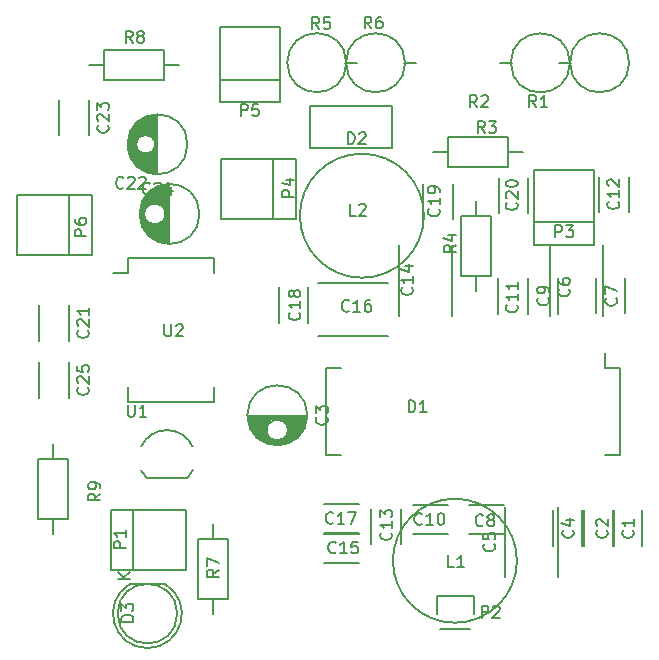
<source format=gbr>
G04 #@! TF.FileFunction,Legend,Top*
%FSLAX46Y46*%
G04 Gerber Fmt 4.6, Leading zero omitted, Abs format (unit mm)*
G04 Created by KiCad (PCBNEW 4.0.2-stable) date Сб 01 окт 2016 22:47:06*
%MOMM*%
G01*
G04 APERTURE LIST*
%ADD10C,0.100000*%
%ADD11C,0.150000*%
G04 APERTURE END LIST*
D10*
D11*
X133522400Y-155698000D02*
X133522400Y-152698000D01*
X136022400Y-152698000D02*
X136022400Y-155698000D01*
X131084000Y-155698000D02*
X131084000Y-152698000D01*
X133584000Y-152698000D02*
X133584000Y-155698000D01*
X130942400Y-152708800D02*
X130942400Y-155708800D01*
X128442400Y-155708800D02*
X128442400Y-152708800D01*
X132049200Y-136038400D02*
X132049200Y-133038400D01*
X134549200Y-133038400D02*
X134549200Y-136038400D01*
X124329000Y-154729500D02*
X121329000Y-154729500D01*
X121329000Y-152229500D02*
X124329000Y-152229500D01*
X126359600Y-136063800D02*
X126359600Y-133063800D01*
X128859600Y-133063800D02*
X128859600Y-136063800D01*
X119566500Y-154729500D02*
X116566500Y-154729500D01*
X116566500Y-152229500D02*
X119566500Y-152229500D01*
X123819600Y-136063800D02*
X123819600Y-133063800D01*
X126319600Y-133063800D02*
X126319600Y-136063800D01*
X134854000Y-124464000D02*
X134854000Y-127464000D01*
X132354000Y-127464000D02*
X132354000Y-124464000D01*
X113050000Y-155596400D02*
X113050000Y-152596400D01*
X115550000Y-152596400D02*
X115550000Y-155596400D01*
X109020800Y-154706000D02*
X112020800Y-154706000D01*
X112020800Y-157206000D02*
X109020800Y-157206000D01*
X109020800Y-152166000D02*
X112020800Y-152166000D01*
X112020800Y-154666000D02*
X109020800Y-154666000D01*
X107726800Y-133811200D02*
X107726800Y-136811200D01*
X105226800Y-136811200D02*
X105226800Y-133811200D01*
X117469600Y-128062800D02*
X117469600Y-125062800D01*
X119969600Y-125062800D02*
X119969600Y-128062800D01*
X126370400Y-124565600D02*
X126370400Y-127565600D01*
X123870400Y-127565600D02*
X123870400Y-124565600D01*
X114842800Y-121993600D02*
X107842800Y-121993600D01*
X107842800Y-121993600D02*
X107842800Y-118493600D01*
X107842800Y-118493600D02*
X114842800Y-118493600D01*
X114842800Y-118493600D02*
X114842800Y-121993600D01*
X92900500Y-152692100D02*
X92900500Y-157772100D01*
X97345500Y-152692100D02*
X97345500Y-157772100D01*
X90995500Y-157772100D02*
X90995500Y-152692100D01*
X90995500Y-157772100D02*
X97345500Y-157772100D01*
X90995500Y-152692100D02*
X97345500Y-152692100D01*
X126847600Y-128320800D02*
X131927600Y-128320800D01*
X126847600Y-123875800D02*
X131927600Y-123875800D01*
X131927600Y-130225800D02*
X126847600Y-130225800D01*
X131927600Y-130225800D02*
X131927600Y-123875800D01*
X126847600Y-130225800D02*
X126847600Y-123875800D01*
X104749600Y-128016000D02*
X104749600Y-122936000D01*
X100304600Y-128016000D02*
X100304600Y-122936000D01*
X106654600Y-122936000D02*
X106654600Y-128016000D01*
X106654600Y-122936000D02*
X100304600Y-122936000D01*
X106654600Y-128016000D02*
X100304600Y-128016000D01*
X124663200Y-123596400D02*
X119583200Y-123596400D01*
X119583200Y-123596400D02*
X119583200Y-121056400D01*
X119583200Y-121056400D02*
X124663200Y-121056400D01*
X124663200Y-121056400D02*
X124663200Y-123596400D01*
X124663200Y-122326400D02*
X125933200Y-122326400D01*
X119583200Y-122326400D02*
X118313200Y-122326400D01*
X120650000Y-132905500D02*
X120650000Y-127825500D01*
X120650000Y-127825500D02*
X123190000Y-127825500D01*
X123190000Y-127825500D02*
X123190000Y-132905500D01*
X123190000Y-132905500D02*
X120650000Y-132905500D01*
X121920000Y-132905500D02*
X121920000Y-134175500D01*
X121920000Y-127825500D02*
X121920000Y-126555500D01*
X115402800Y-136237600D02*
X115402800Y-130237600D01*
X119902800Y-130237600D02*
X119902800Y-136237600D01*
X134121000Y-140660500D02*
X132851000Y-140660500D01*
X134121000Y-148010500D02*
X132851000Y-148010500D01*
X109211000Y-148010500D02*
X110481000Y-148010500D01*
X109211000Y-140660500D02*
X110481000Y-140660500D01*
X134121000Y-140660500D02*
X134121000Y-148010500D01*
X109211000Y-140660500D02*
X109211000Y-148010500D01*
X132851000Y-140660500D02*
X132851000Y-139375500D01*
X92582096Y-158970212D02*
G75*
G03X95607000Y-158955100I1524904J-2484888D01*
G01*
X92607000Y-158955100D02*
X95607000Y-158955100D01*
X96624936Y-161455100D02*
G75*
G03X96624936Y-161455100I-2517936J0D01*
G01*
X100901500Y-155105100D02*
X100901500Y-160185100D01*
X100901500Y-160185100D02*
X98361500Y-160185100D01*
X98361500Y-160185100D02*
X98361500Y-155105100D01*
X98361500Y-155105100D02*
X100901500Y-155105100D01*
X99631500Y-155105100D02*
X99631500Y-153835100D01*
X99631500Y-160185100D02*
X99631500Y-161455100D01*
X107604200Y-144733400D02*
X102606200Y-144733400D01*
X107596200Y-144873400D02*
X102614200Y-144873400D01*
X107580200Y-145013400D02*
X105200200Y-145013400D01*
X105010200Y-145013400D02*
X102630200Y-145013400D01*
X107556200Y-145153400D02*
X105595200Y-145153400D01*
X104615200Y-145153400D02*
X102654200Y-145153400D01*
X107523200Y-145293400D02*
X105762200Y-145293400D01*
X104448200Y-145293400D02*
X102687200Y-145293400D01*
X107482200Y-145433400D02*
X105869200Y-145433400D01*
X104341200Y-145433400D02*
X102728200Y-145433400D01*
X107432200Y-145573400D02*
X105940200Y-145573400D01*
X104270200Y-145573400D02*
X102778200Y-145573400D01*
X107371200Y-145713400D02*
X105984200Y-145713400D01*
X104226200Y-145713400D02*
X102839200Y-145713400D01*
X107301200Y-145853400D02*
X106003200Y-145853400D01*
X104207200Y-145853400D02*
X102909200Y-145853400D01*
X107219200Y-145993400D02*
X106001200Y-145993400D01*
X104209200Y-145993400D02*
X102991200Y-145993400D01*
X107124200Y-146133400D02*
X105976200Y-146133400D01*
X104234200Y-146133400D02*
X103086200Y-146133400D01*
X107013200Y-146273400D02*
X105928200Y-146273400D01*
X104282200Y-146273400D02*
X103197200Y-146273400D01*
X106885200Y-146413400D02*
X105850200Y-146413400D01*
X104360200Y-146413400D02*
X103325200Y-146413400D01*
X106736200Y-146553400D02*
X105733200Y-146553400D01*
X104477200Y-146553400D02*
X103474200Y-146553400D01*
X106557200Y-146693400D02*
X105545200Y-146693400D01*
X104665200Y-146693400D02*
X103653200Y-146693400D01*
X106338200Y-146833400D02*
X103872200Y-146833400D01*
X106049200Y-146973400D02*
X104161200Y-146973400D01*
X105577200Y-147113400D02*
X104633200Y-147113400D01*
X106005200Y-145908400D02*
G75*
G03X106005200Y-145908400I-900000J0D01*
G01*
X107642700Y-144658400D02*
G75*
G03X107642700Y-144658400I-2537500J0D01*
G01*
X125392180Y-156972000D02*
G75*
G03X125392180Y-156972000I-5250180J0D01*
G01*
X117518180Y-127762000D02*
G75*
G03X117518180Y-127762000I-5250180J0D01*
G01*
X129994660Y-114808000D02*
X128993900Y-114808000D01*
X134894320Y-114808000D02*
G75*
G03X134894320Y-114808000I-2499360J0D01*
G01*
X124978160Y-114820700D02*
X123977400Y-114820700D01*
X129877820Y-114820700D02*
G75*
G03X129877820Y-114820700I-2499360J0D01*
G01*
X110848140Y-114808000D02*
X111848900Y-114808000D01*
X110947200Y-114808000D02*
G75*
G03X110947200Y-114808000I-2499360J0D01*
G01*
X115826540Y-114808000D02*
X116827300Y-114808000D01*
X115925600Y-114808000D02*
G75*
G03X115925600Y-114808000I-2499360J0D01*
G01*
X124343600Y-158386400D02*
X124343600Y-152386400D01*
X128843600Y-152386400D02*
X128843600Y-158386400D01*
X128204400Y-136237600D02*
X128204400Y-130237600D01*
X132704400Y-130237600D02*
X132704400Y-136237600D01*
X108516800Y-133436800D02*
X114516800Y-133436800D01*
X114516800Y-137936800D02*
X108516800Y-137936800D01*
X121742800Y-159943200D02*
X121742800Y-161493200D01*
X118642800Y-161493200D02*
X118642800Y-159943200D01*
X118642800Y-159943200D02*
X121742800Y-159943200D01*
X118922800Y-162763200D02*
X121462800Y-162763200D01*
X95906200Y-130108600D02*
X95906200Y-125110600D01*
X95766200Y-130100600D02*
X95766200Y-125118600D01*
X95626200Y-130084600D02*
X95626200Y-127704600D01*
X95626200Y-127514600D02*
X95626200Y-125134600D01*
X95486200Y-130060600D02*
X95486200Y-128099600D01*
X95486200Y-127119600D02*
X95486200Y-125158600D01*
X95346200Y-130027600D02*
X95346200Y-128266600D01*
X95346200Y-126952600D02*
X95346200Y-125191600D01*
X95206200Y-129986600D02*
X95206200Y-128373600D01*
X95206200Y-126845600D02*
X95206200Y-125232600D01*
X95066200Y-129936600D02*
X95066200Y-128444600D01*
X95066200Y-126774600D02*
X95066200Y-125282600D01*
X94926200Y-129875600D02*
X94926200Y-128488600D01*
X94926200Y-126730600D02*
X94926200Y-125343600D01*
X94786200Y-129805600D02*
X94786200Y-128507600D01*
X94786200Y-126711600D02*
X94786200Y-125413600D01*
X94646200Y-129723600D02*
X94646200Y-128505600D01*
X94646200Y-126713600D02*
X94646200Y-125495600D01*
X94506200Y-129628600D02*
X94506200Y-128480600D01*
X94506200Y-126738600D02*
X94506200Y-125590600D01*
X94366200Y-129517600D02*
X94366200Y-128432600D01*
X94366200Y-126786600D02*
X94366200Y-125701600D01*
X94226200Y-129389600D02*
X94226200Y-128354600D01*
X94226200Y-126864600D02*
X94226200Y-125829600D01*
X94086200Y-129240600D02*
X94086200Y-128237600D01*
X94086200Y-126981600D02*
X94086200Y-125978600D01*
X93946200Y-129061600D02*
X93946200Y-128049600D01*
X93946200Y-127169600D02*
X93946200Y-126157600D01*
X93806200Y-128842600D02*
X93806200Y-126376600D01*
X93666200Y-128553600D02*
X93666200Y-126665600D01*
X93526200Y-128081600D02*
X93526200Y-127137600D01*
X95631200Y-127609600D02*
G75*
G03X95631200Y-127609600I-900000J0D01*
G01*
X98518700Y-127609600D02*
G75*
G03X98518700Y-127609600I-2537500J0D01*
G01*
X89134000Y-117961600D02*
X89134000Y-120961600D01*
X86634000Y-120961600D02*
X86634000Y-117961600D01*
X100228400Y-116230400D02*
X105308400Y-116230400D01*
X100228400Y-111785400D02*
X105308400Y-111785400D01*
X105308400Y-118135400D02*
X100228400Y-118135400D01*
X105308400Y-118135400D02*
X105308400Y-111785400D01*
X100228400Y-118135400D02*
X100228400Y-111785400D01*
X90424000Y-113690400D02*
X95504000Y-113690400D01*
X95504000Y-113690400D02*
X95504000Y-116230400D01*
X95504000Y-116230400D02*
X90424000Y-116230400D01*
X90424000Y-116230400D02*
X90424000Y-113690400D01*
X90424000Y-114960400D02*
X89154000Y-114960400D01*
X95504000Y-114960400D02*
X96774000Y-114960400D01*
X92438600Y-131309000D02*
X92438600Y-132579000D01*
X99788600Y-131309000D02*
X99788600Y-132579000D01*
X99788600Y-143519000D02*
X99788600Y-142249000D01*
X92438600Y-143519000D02*
X92438600Y-142249000D01*
X92438600Y-131309000D02*
X99788600Y-131309000D01*
X92438600Y-143519000D02*
X99788600Y-143519000D01*
X92438600Y-132579000D02*
X91153600Y-132579000D01*
X93570305Y-149307590D02*
G75*
G03X94058000Y-150010600I2187695J996990D01*
G01*
X97945695Y-149307590D02*
G75*
G02X97458000Y-150010600I-2187695J996990D01*
G01*
X94058000Y-150010600D02*
X97458000Y-150010600D01*
X93573121Y-147317473D02*
G75*
G02X95758000Y-145910600I2184879J-993127D01*
G01*
X97942879Y-147317473D02*
G75*
G03X95758000Y-145910600I-2184879J-993127D01*
G01*
X94886200Y-124215800D02*
X94886200Y-119217800D01*
X94746200Y-124207800D02*
X94746200Y-121870800D01*
X94746200Y-121562800D02*
X94746200Y-119225800D01*
X94606200Y-124191800D02*
X94606200Y-122189800D01*
X94606200Y-121243800D02*
X94606200Y-119241800D01*
X94466200Y-124167800D02*
X94466200Y-122336800D01*
X94466200Y-121096800D02*
X94466200Y-119265800D01*
X94326200Y-124134800D02*
X94326200Y-122428800D01*
X94326200Y-121004800D02*
X94326200Y-119298800D01*
X94186200Y-124093800D02*
X94186200Y-122484800D01*
X94186200Y-120948800D02*
X94186200Y-119339800D01*
X94046200Y-124043800D02*
X94046200Y-122511800D01*
X94046200Y-120921800D02*
X94046200Y-119389800D01*
X93906200Y-123982800D02*
X93906200Y-122514800D01*
X93906200Y-120918800D02*
X93906200Y-119450800D01*
X93766200Y-123912800D02*
X93766200Y-122492800D01*
X93766200Y-120940800D02*
X93766200Y-119520800D01*
X93626200Y-123830800D02*
X93626200Y-122442800D01*
X93626200Y-120990800D02*
X93626200Y-119602800D01*
X93486200Y-123735800D02*
X93486200Y-122360800D01*
X93486200Y-121072800D02*
X93486200Y-119697800D01*
X93346200Y-123624800D02*
X93346200Y-122228800D01*
X93346200Y-121204800D02*
X93346200Y-119808800D01*
X93206200Y-123496800D02*
X93206200Y-121981800D01*
X93206200Y-121451800D02*
X93206200Y-119936800D01*
X93066200Y-123347800D02*
X93066200Y-120085800D01*
X92926200Y-123168800D02*
X92926200Y-120264800D01*
X92786200Y-122949800D02*
X92786200Y-120483800D01*
X92646200Y-122660800D02*
X92646200Y-120772800D01*
X92506200Y-122188800D02*
X92506200Y-121244800D01*
X94761200Y-121716800D02*
G75*
G03X94761200Y-121716800I-800000J0D01*
G01*
X97498700Y-121716800D02*
G75*
G03X97498700Y-121716800I-2537500J0D01*
G01*
X87457600Y-135335200D02*
X87457600Y-138335200D01*
X84957600Y-138335200D02*
X84957600Y-135335200D01*
X87457600Y-140161200D02*
X87457600Y-143161200D01*
X84957600Y-143161200D02*
X84957600Y-140161200D01*
X87426800Y-148336000D02*
X87426800Y-153416000D01*
X87426800Y-153416000D02*
X84886800Y-153416000D01*
X84886800Y-153416000D02*
X84886800Y-148336000D01*
X84886800Y-148336000D02*
X87426800Y-148336000D01*
X86156800Y-148336000D02*
X86156800Y-147066000D01*
X86156800Y-153416000D02*
X86156800Y-154686000D01*
X87477600Y-131064000D02*
X87477600Y-125984000D01*
X83032600Y-131064000D02*
X83032600Y-125984000D01*
X89382600Y-125984000D02*
X89382600Y-131064000D01*
X89382600Y-125984000D02*
X83032600Y-125984000D01*
X89382600Y-131064000D02*
X83032600Y-131064000D01*
X135193043Y-154408166D02*
X135240662Y-154455785D01*
X135288281Y-154598642D01*
X135288281Y-154693880D01*
X135240662Y-154836738D01*
X135145424Y-154931976D01*
X135050186Y-154979595D01*
X134859710Y-155027214D01*
X134716852Y-155027214D01*
X134526376Y-154979595D01*
X134431138Y-154931976D01*
X134335900Y-154836738D01*
X134288281Y-154693880D01*
X134288281Y-154598642D01*
X134335900Y-154455785D01*
X134383519Y-154408166D01*
X135288281Y-153455785D02*
X135288281Y-154027214D01*
X135288281Y-153741500D02*
X134288281Y-153741500D01*
X134431138Y-153836738D01*
X134526376Y-153931976D01*
X134573995Y-154027214D01*
X133008643Y-154408166D02*
X133056262Y-154455785D01*
X133103881Y-154598642D01*
X133103881Y-154693880D01*
X133056262Y-154836738D01*
X132961024Y-154931976D01*
X132865786Y-154979595D01*
X132675310Y-155027214D01*
X132532452Y-155027214D01*
X132341976Y-154979595D01*
X132246738Y-154931976D01*
X132151500Y-154836738D01*
X132103881Y-154693880D01*
X132103881Y-154598642D01*
X132151500Y-154455785D01*
X132199119Y-154408166D01*
X132199119Y-154027214D02*
X132151500Y-153979595D01*
X132103881Y-153884357D01*
X132103881Y-153646261D01*
X132151500Y-153551023D01*
X132199119Y-153503404D01*
X132294357Y-153455785D01*
X132389595Y-153455785D01*
X132532452Y-153503404D01*
X133103881Y-154074833D01*
X133103881Y-153455785D01*
X130113043Y-154395466D02*
X130160662Y-154443085D01*
X130208281Y-154585942D01*
X130208281Y-154681180D01*
X130160662Y-154824038D01*
X130065424Y-154919276D01*
X129970186Y-154966895D01*
X129779710Y-155014514D01*
X129636852Y-155014514D01*
X129446376Y-154966895D01*
X129351138Y-154919276D01*
X129255900Y-154824038D01*
X129208281Y-154681180D01*
X129208281Y-154585942D01*
X129255900Y-154443085D01*
X129303519Y-154395466D01*
X129541614Y-153538323D02*
X130208281Y-153538323D01*
X129160662Y-153776419D02*
X129874948Y-154014514D01*
X129874948Y-153395466D01*
X133783343Y-134748566D02*
X133830962Y-134796185D01*
X133878581Y-134939042D01*
X133878581Y-135034280D01*
X133830962Y-135177138D01*
X133735724Y-135272376D01*
X133640486Y-135319995D01*
X133450010Y-135367614D01*
X133307152Y-135367614D01*
X133116676Y-135319995D01*
X133021438Y-135272376D01*
X132926200Y-135177138D01*
X132878581Y-135034280D01*
X132878581Y-134939042D01*
X132926200Y-134796185D01*
X132973819Y-134748566D01*
X132878581Y-134415233D02*
X132878581Y-133748566D01*
X133878581Y-134177138D01*
X122515334Y-153963643D02*
X122467715Y-154011262D01*
X122324858Y-154058881D01*
X122229620Y-154058881D01*
X122086762Y-154011262D01*
X121991524Y-153916024D01*
X121943905Y-153820786D01*
X121896286Y-153630310D01*
X121896286Y-153487452D01*
X121943905Y-153296976D01*
X121991524Y-153201738D01*
X122086762Y-153106500D01*
X122229620Y-153058881D01*
X122324858Y-153058881D01*
X122467715Y-153106500D01*
X122515334Y-153154119D01*
X123086762Y-153487452D02*
X122991524Y-153439833D01*
X122943905Y-153392214D01*
X122896286Y-153296976D01*
X122896286Y-153249357D01*
X122943905Y-153154119D01*
X122991524Y-153106500D01*
X123086762Y-153058881D01*
X123277239Y-153058881D01*
X123372477Y-153106500D01*
X123420096Y-153154119D01*
X123467715Y-153249357D01*
X123467715Y-153296976D01*
X123420096Y-153392214D01*
X123372477Y-153439833D01*
X123277239Y-153487452D01*
X123086762Y-153487452D01*
X122991524Y-153535071D01*
X122943905Y-153582690D01*
X122896286Y-153677929D01*
X122896286Y-153868405D01*
X122943905Y-153963643D01*
X122991524Y-154011262D01*
X123086762Y-154058881D01*
X123277239Y-154058881D01*
X123372477Y-154011262D01*
X123420096Y-153963643D01*
X123467715Y-153868405D01*
X123467715Y-153677929D01*
X123420096Y-153582690D01*
X123372477Y-153535071D01*
X123277239Y-153487452D01*
X128030243Y-134710466D02*
X128077862Y-134758085D01*
X128125481Y-134900942D01*
X128125481Y-134996180D01*
X128077862Y-135139038D01*
X127982624Y-135234276D01*
X127887386Y-135281895D01*
X127696910Y-135329514D01*
X127554052Y-135329514D01*
X127363576Y-135281895D01*
X127268338Y-135234276D01*
X127173100Y-135139038D01*
X127125481Y-134996180D01*
X127125481Y-134900942D01*
X127173100Y-134758085D01*
X127220719Y-134710466D01*
X128125481Y-134234276D02*
X128125481Y-134043800D01*
X128077862Y-133948561D01*
X128030243Y-133900942D01*
X127887386Y-133805704D01*
X127696910Y-133758085D01*
X127315957Y-133758085D01*
X127220719Y-133805704D01*
X127173100Y-133853323D01*
X127125481Y-133948561D01*
X127125481Y-134139038D01*
X127173100Y-134234276D01*
X127220719Y-134281895D01*
X127315957Y-134329514D01*
X127554052Y-134329514D01*
X127649290Y-134281895D01*
X127696910Y-134234276D01*
X127744529Y-134139038D01*
X127744529Y-133948561D01*
X127696910Y-133853323D01*
X127649290Y-133805704D01*
X127554052Y-133758085D01*
X117340143Y-153836643D02*
X117292524Y-153884262D01*
X117149667Y-153931881D01*
X117054429Y-153931881D01*
X116911571Y-153884262D01*
X116816333Y-153789024D01*
X116768714Y-153693786D01*
X116721095Y-153503310D01*
X116721095Y-153360452D01*
X116768714Y-153169976D01*
X116816333Y-153074738D01*
X116911571Y-152979500D01*
X117054429Y-152931881D01*
X117149667Y-152931881D01*
X117292524Y-152979500D01*
X117340143Y-153027119D01*
X118292524Y-153931881D02*
X117721095Y-153931881D01*
X118006809Y-153931881D02*
X118006809Y-152931881D01*
X117911571Y-153074738D01*
X117816333Y-153169976D01*
X117721095Y-153217595D01*
X118911571Y-152931881D02*
X119006810Y-152931881D01*
X119102048Y-152979500D01*
X119149667Y-153027119D01*
X119197286Y-153122357D01*
X119244905Y-153312833D01*
X119244905Y-153550929D01*
X119197286Y-153741405D01*
X119149667Y-153836643D01*
X119102048Y-153884262D01*
X119006810Y-153931881D01*
X118911571Y-153931881D01*
X118816333Y-153884262D01*
X118768714Y-153836643D01*
X118721095Y-153741405D01*
X118673476Y-153550929D01*
X118673476Y-153312833D01*
X118721095Y-153122357D01*
X118768714Y-153027119D01*
X118816333Y-152979500D01*
X118911571Y-152931881D01*
X125363243Y-135313657D02*
X125410862Y-135361276D01*
X125458481Y-135504133D01*
X125458481Y-135599371D01*
X125410862Y-135742229D01*
X125315624Y-135837467D01*
X125220386Y-135885086D01*
X125029910Y-135932705D01*
X124887052Y-135932705D01*
X124696576Y-135885086D01*
X124601338Y-135837467D01*
X124506100Y-135742229D01*
X124458481Y-135599371D01*
X124458481Y-135504133D01*
X124506100Y-135361276D01*
X124553719Y-135313657D01*
X125458481Y-134361276D02*
X125458481Y-134932705D01*
X125458481Y-134646991D02*
X124458481Y-134646991D01*
X124601338Y-134742229D01*
X124696576Y-134837467D01*
X124744195Y-134932705D01*
X125458481Y-133408895D02*
X125458481Y-133980324D01*
X125458481Y-133694610D02*
X124458481Y-133694610D01*
X124601338Y-133789848D01*
X124696576Y-133885086D01*
X124744195Y-133980324D01*
X133961143Y-126576057D02*
X134008762Y-126623676D01*
X134056381Y-126766533D01*
X134056381Y-126861771D01*
X134008762Y-127004629D01*
X133913524Y-127099867D01*
X133818286Y-127147486D01*
X133627810Y-127195105D01*
X133484952Y-127195105D01*
X133294476Y-127147486D01*
X133199238Y-127099867D01*
X133104000Y-127004629D01*
X133056381Y-126861771D01*
X133056381Y-126766533D01*
X133104000Y-126623676D01*
X133151619Y-126576057D01*
X134056381Y-125623676D02*
X134056381Y-126195105D01*
X134056381Y-125909391D02*
X133056381Y-125909391D01*
X133199238Y-126004629D01*
X133294476Y-126099867D01*
X133342095Y-126195105D01*
X133151619Y-125242724D02*
X133104000Y-125195105D01*
X133056381Y-125099867D01*
X133056381Y-124861771D01*
X133104000Y-124766533D01*
X133151619Y-124718914D01*
X133246857Y-124671295D01*
X133342095Y-124671295D01*
X133484952Y-124718914D01*
X134056381Y-125290343D01*
X134056381Y-124671295D01*
X114720643Y-154592257D02*
X114768262Y-154639876D01*
X114815881Y-154782733D01*
X114815881Y-154877971D01*
X114768262Y-155020829D01*
X114673024Y-155116067D01*
X114577786Y-155163686D01*
X114387310Y-155211305D01*
X114244452Y-155211305D01*
X114053976Y-155163686D01*
X113958738Y-155116067D01*
X113863500Y-155020829D01*
X113815881Y-154877971D01*
X113815881Y-154782733D01*
X113863500Y-154639876D01*
X113911119Y-154592257D01*
X114815881Y-153639876D02*
X114815881Y-154211305D01*
X114815881Y-153925591D02*
X113815881Y-153925591D01*
X113958738Y-154020829D01*
X114053976Y-154116067D01*
X114101595Y-154211305D01*
X113815881Y-153306543D02*
X113815881Y-152687495D01*
X114196833Y-153020829D01*
X114196833Y-152877971D01*
X114244452Y-152782733D01*
X114292071Y-152735114D01*
X114387310Y-152687495D01*
X114625405Y-152687495D01*
X114720643Y-152735114D01*
X114768262Y-152782733D01*
X114815881Y-152877971D01*
X114815881Y-153163686D01*
X114768262Y-153258924D01*
X114720643Y-153306543D01*
X110050343Y-156262343D02*
X110002724Y-156309962D01*
X109859867Y-156357581D01*
X109764629Y-156357581D01*
X109621771Y-156309962D01*
X109526533Y-156214724D01*
X109478914Y-156119486D01*
X109431295Y-155929010D01*
X109431295Y-155786152D01*
X109478914Y-155595676D01*
X109526533Y-155500438D01*
X109621771Y-155405200D01*
X109764629Y-155357581D01*
X109859867Y-155357581D01*
X110002724Y-155405200D01*
X110050343Y-155452819D01*
X111002724Y-156357581D02*
X110431295Y-156357581D01*
X110717009Y-156357581D02*
X110717009Y-155357581D01*
X110621771Y-155500438D01*
X110526533Y-155595676D01*
X110431295Y-155643295D01*
X111907486Y-155357581D02*
X111431295Y-155357581D01*
X111383676Y-155833771D01*
X111431295Y-155786152D01*
X111526533Y-155738533D01*
X111764629Y-155738533D01*
X111859867Y-155786152D01*
X111907486Y-155833771D01*
X111955105Y-155929010D01*
X111955105Y-156167105D01*
X111907486Y-156262343D01*
X111859867Y-156309962D01*
X111764629Y-156357581D01*
X111526533Y-156357581D01*
X111431295Y-156309962D01*
X111383676Y-156262343D01*
X109834443Y-153773143D02*
X109786824Y-153820762D01*
X109643967Y-153868381D01*
X109548729Y-153868381D01*
X109405871Y-153820762D01*
X109310633Y-153725524D01*
X109263014Y-153630286D01*
X109215395Y-153439810D01*
X109215395Y-153296952D01*
X109263014Y-153106476D01*
X109310633Y-153011238D01*
X109405871Y-152916000D01*
X109548729Y-152868381D01*
X109643967Y-152868381D01*
X109786824Y-152916000D01*
X109834443Y-152963619D01*
X110786824Y-153868381D02*
X110215395Y-153868381D01*
X110501109Y-153868381D02*
X110501109Y-152868381D01*
X110405871Y-153011238D01*
X110310633Y-153106476D01*
X110215395Y-153154095D01*
X111120157Y-152868381D02*
X111786824Y-152868381D01*
X111358252Y-153868381D01*
X106960943Y-135974057D02*
X107008562Y-136021676D01*
X107056181Y-136164533D01*
X107056181Y-136259771D01*
X107008562Y-136402629D01*
X106913324Y-136497867D01*
X106818086Y-136545486D01*
X106627610Y-136593105D01*
X106484752Y-136593105D01*
X106294276Y-136545486D01*
X106199038Y-136497867D01*
X106103800Y-136402629D01*
X106056181Y-136259771D01*
X106056181Y-136164533D01*
X106103800Y-136021676D01*
X106151419Y-135974057D01*
X107056181Y-135021676D02*
X107056181Y-135593105D01*
X107056181Y-135307391D02*
X106056181Y-135307391D01*
X106199038Y-135402629D01*
X106294276Y-135497867D01*
X106341895Y-135593105D01*
X106484752Y-134450248D02*
X106437133Y-134545486D01*
X106389514Y-134593105D01*
X106294276Y-134640724D01*
X106246657Y-134640724D01*
X106151419Y-134593105D01*
X106103800Y-134545486D01*
X106056181Y-134450248D01*
X106056181Y-134259771D01*
X106103800Y-134164533D01*
X106151419Y-134116914D01*
X106246657Y-134069295D01*
X106294276Y-134069295D01*
X106389514Y-134116914D01*
X106437133Y-134164533D01*
X106484752Y-134259771D01*
X106484752Y-134450248D01*
X106532371Y-134545486D01*
X106579990Y-134593105D01*
X106675229Y-134640724D01*
X106865705Y-134640724D01*
X106960943Y-134593105D01*
X107008562Y-134545486D01*
X107056181Y-134450248D01*
X107056181Y-134259771D01*
X107008562Y-134164533D01*
X106960943Y-134116914D01*
X106865705Y-134069295D01*
X106675229Y-134069295D01*
X106579990Y-134116914D01*
X106532371Y-134164533D01*
X106484752Y-134259771D01*
X118759243Y-127185657D02*
X118806862Y-127233276D01*
X118854481Y-127376133D01*
X118854481Y-127471371D01*
X118806862Y-127614229D01*
X118711624Y-127709467D01*
X118616386Y-127757086D01*
X118425910Y-127804705D01*
X118283052Y-127804705D01*
X118092576Y-127757086D01*
X117997338Y-127709467D01*
X117902100Y-127614229D01*
X117854481Y-127471371D01*
X117854481Y-127376133D01*
X117902100Y-127233276D01*
X117949719Y-127185657D01*
X118854481Y-126233276D02*
X118854481Y-126804705D01*
X118854481Y-126518991D02*
X117854481Y-126518991D01*
X117997338Y-126614229D01*
X118092576Y-126709467D01*
X118140195Y-126804705D01*
X118854481Y-125757086D02*
X118854481Y-125566610D01*
X118806862Y-125471371D01*
X118759243Y-125423752D01*
X118616386Y-125328514D01*
X118425910Y-125280895D01*
X118044957Y-125280895D01*
X117949719Y-125328514D01*
X117902100Y-125376133D01*
X117854481Y-125471371D01*
X117854481Y-125661848D01*
X117902100Y-125757086D01*
X117949719Y-125804705D01*
X118044957Y-125852324D01*
X118283052Y-125852324D01*
X118378290Y-125804705D01*
X118425910Y-125757086D01*
X118473529Y-125661848D01*
X118473529Y-125471371D01*
X118425910Y-125376133D01*
X118378290Y-125328514D01*
X118283052Y-125280895D01*
X125350543Y-126664957D02*
X125398162Y-126712576D01*
X125445781Y-126855433D01*
X125445781Y-126950671D01*
X125398162Y-127093529D01*
X125302924Y-127188767D01*
X125207686Y-127236386D01*
X125017210Y-127284005D01*
X124874352Y-127284005D01*
X124683876Y-127236386D01*
X124588638Y-127188767D01*
X124493400Y-127093529D01*
X124445781Y-126950671D01*
X124445781Y-126855433D01*
X124493400Y-126712576D01*
X124541019Y-126664957D01*
X124541019Y-126284005D02*
X124493400Y-126236386D01*
X124445781Y-126141148D01*
X124445781Y-125903052D01*
X124493400Y-125807814D01*
X124541019Y-125760195D01*
X124636257Y-125712576D01*
X124731495Y-125712576D01*
X124874352Y-125760195D01*
X125445781Y-126331624D01*
X125445781Y-125712576D01*
X124445781Y-125093529D02*
X124445781Y-124998290D01*
X124493400Y-124903052D01*
X124541019Y-124855433D01*
X124636257Y-124807814D01*
X124826733Y-124760195D01*
X125064829Y-124760195D01*
X125255305Y-124807814D01*
X125350543Y-124855433D01*
X125398162Y-124903052D01*
X125445781Y-124998290D01*
X125445781Y-125093529D01*
X125398162Y-125188767D01*
X125350543Y-125236386D01*
X125255305Y-125284005D01*
X125064829Y-125331624D01*
X124826733Y-125331624D01*
X124636257Y-125284005D01*
X124541019Y-125236386D01*
X124493400Y-125188767D01*
X124445781Y-125093529D01*
X111072705Y-121711981D02*
X111072705Y-120711981D01*
X111310800Y-120711981D01*
X111453658Y-120759600D01*
X111548896Y-120854838D01*
X111596515Y-120950076D01*
X111644134Y-121140552D01*
X111644134Y-121283410D01*
X111596515Y-121473886D01*
X111548896Y-121569124D01*
X111453658Y-121664362D01*
X111310800Y-121711981D01*
X111072705Y-121711981D01*
X112025086Y-120807219D02*
X112072705Y-120759600D01*
X112167943Y-120711981D01*
X112406039Y-120711981D01*
X112501277Y-120759600D01*
X112548896Y-120807219D01*
X112596515Y-120902457D01*
X112596515Y-120997695D01*
X112548896Y-121140552D01*
X111977467Y-121711981D01*
X112596515Y-121711981D01*
X92273381Y-155906695D02*
X91273381Y-155906695D01*
X91273381Y-155525742D01*
X91321000Y-155430504D01*
X91368619Y-155382885D01*
X91463857Y-155335266D01*
X91606714Y-155335266D01*
X91701952Y-155382885D01*
X91749571Y-155430504D01*
X91797190Y-155525742D01*
X91797190Y-155906695D01*
X92273381Y-154382885D02*
X92273381Y-154954314D01*
X92273381Y-154668600D02*
X91273381Y-154668600D01*
X91416238Y-154763838D01*
X91511476Y-154859076D01*
X91559095Y-154954314D01*
X128649505Y-129585981D02*
X128649505Y-128585981D01*
X129030458Y-128585981D01*
X129125696Y-128633600D01*
X129173315Y-128681219D01*
X129220934Y-128776457D01*
X129220934Y-128919314D01*
X129173315Y-129014552D01*
X129125696Y-129062171D01*
X129030458Y-129109790D01*
X128649505Y-129109790D01*
X129554267Y-128585981D02*
X130173315Y-128585981D01*
X129839981Y-128966933D01*
X129982839Y-128966933D01*
X130078077Y-129014552D01*
X130125696Y-129062171D01*
X130173315Y-129157410D01*
X130173315Y-129395505D01*
X130125696Y-129490743D01*
X130078077Y-129538362D01*
X129982839Y-129585981D01*
X129697124Y-129585981D01*
X129601886Y-129538362D01*
X129554267Y-129490743D01*
X106535481Y-126150595D02*
X105535481Y-126150595D01*
X105535481Y-125769642D01*
X105583100Y-125674404D01*
X105630719Y-125626785D01*
X105725957Y-125579166D01*
X105868814Y-125579166D01*
X105964052Y-125626785D01*
X106011671Y-125674404D01*
X106059290Y-125769642D01*
X106059290Y-126150595D01*
X105868814Y-124722023D02*
X106535481Y-124722023D01*
X105487862Y-124960119D02*
X106202148Y-125198214D01*
X106202148Y-124579166D01*
X122667734Y-120746781D02*
X122334400Y-120270590D01*
X122096305Y-120746781D02*
X122096305Y-119746781D01*
X122477258Y-119746781D01*
X122572496Y-119794400D01*
X122620115Y-119842019D01*
X122667734Y-119937257D01*
X122667734Y-120080114D01*
X122620115Y-120175352D01*
X122572496Y-120222971D01*
X122477258Y-120270590D01*
X122096305Y-120270590D01*
X123001067Y-119746781D02*
X123620115Y-119746781D01*
X123286781Y-120127733D01*
X123429639Y-120127733D01*
X123524877Y-120175352D01*
X123572496Y-120222971D01*
X123620115Y-120318210D01*
X123620115Y-120556305D01*
X123572496Y-120651543D01*
X123524877Y-120699162D01*
X123429639Y-120746781D01*
X123143924Y-120746781D01*
X123048686Y-120699162D01*
X123001067Y-120651543D01*
X120213381Y-130278166D02*
X119737190Y-130611500D01*
X120213381Y-130849595D02*
X119213381Y-130849595D01*
X119213381Y-130468642D01*
X119261000Y-130373404D01*
X119308619Y-130325785D01*
X119403857Y-130278166D01*
X119546714Y-130278166D01*
X119641952Y-130325785D01*
X119689571Y-130373404D01*
X119737190Y-130468642D01*
X119737190Y-130849595D01*
X119546714Y-129421023D02*
X120213381Y-129421023D01*
X119165762Y-129659119D02*
X119880048Y-129897214D01*
X119880048Y-129278166D01*
X116485943Y-133840457D02*
X116533562Y-133888076D01*
X116581181Y-134030933D01*
X116581181Y-134126171D01*
X116533562Y-134269029D01*
X116438324Y-134364267D01*
X116343086Y-134411886D01*
X116152610Y-134459505D01*
X116009752Y-134459505D01*
X115819276Y-134411886D01*
X115724038Y-134364267D01*
X115628800Y-134269029D01*
X115581181Y-134126171D01*
X115581181Y-134030933D01*
X115628800Y-133888076D01*
X115676419Y-133840457D01*
X116581181Y-132888076D02*
X116581181Y-133459505D01*
X116581181Y-133173791D02*
X115581181Y-133173791D01*
X115724038Y-133269029D01*
X115819276Y-133364267D01*
X115866895Y-133459505D01*
X115914514Y-132030933D02*
X116581181Y-132030933D01*
X115533562Y-132269029D02*
X116247848Y-132507124D01*
X116247848Y-131888076D01*
X116228905Y-144406881D02*
X116228905Y-143406881D01*
X116467000Y-143406881D01*
X116609858Y-143454500D01*
X116705096Y-143549738D01*
X116752715Y-143644976D01*
X116800334Y-143835452D01*
X116800334Y-143978310D01*
X116752715Y-144168786D01*
X116705096Y-144264024D01*
X116609858Y-144359262D01*
X116467000Y-144406881D01*
X116228905Y-144406881D01*
X117752715Y-144406881D02*
X117181286Y-144406881D01*
X117467000Y-144406881D02*
X117467000Y-143406881D01*
X117371762Y-143549738D01*
X117276524Y-143644976D01*
X117181286Y-143692595D01*
X92908381Y-162129695D02*
X91908381Y-162129695D01*
X91908381Y-161891600D01*
X91956000Y-161748742D01*
X92051238Y-161653504D01*
X92146476Y-161605885D01*
X92336952Y-161558266D01*
X92479810Y-161558266D01*
X92670286Y-161605885D01*
X92765524Y-161653504D01*
X92860762Y-161748742D01*
X92908381Y-161891600D01*
X92908381Y-162129695D01*
X91908381Y-161224933D02*
X91908381Y-160605885D01*
X92289333Y-160939219D01*
X92289333Y-160796361D01*
X92336952Y-160701123D01*
X92384571Y-160653504D01*
X92479810Y-160605885D01*
X92717905Y-160605885D01*
X92813143Y-160653504D01*
X92860762Y-160701123D01*
X92908381Y-160796361D01*
X92908381Y-161082076D01*
X92860762Y-161177314D01*
X92813143Y-161224933D01*
X92654381Y-158542005D02*
X91654381Y-158542005D01*
X92654381Y-157970576D02*
X92082952Y-158399148D01*
X91654381Y-157970576D02*
X92225810Y-158542005D01*
X100147381Y-157748266D02*
X99671190Y-158081600D01*
X100147381Y-158319695D02*
X99147381Y-158319695D01*
X99147381Y-157938742D01*
X99195000Y-157843504D01*
X99242619Y-157795885D01*
X99337857Y-157748266D01*
X99480714Y-157748266D01*
X99575952Y-157795885D01*
X99623571Y-157843504D01*
X99671190Y-157938742D01*
X99671190Y-158319695D01*
X99147381Y-157414933D02*
X99147381Y-156748266D01*
X100147381Y-157176838D01*
X109262343Y-144825066D02*
X109309962Y-144872685D01*
X109357581Y-145015542D01*
X109357581Y-145110780D01*
X109309962Y-145253638D01*
X109214724Y-145348876D01*
X109119486Y-145396495D01*
X108929010Y-145444114D01*
X108786152Y-145444114D01*
X108595676Y-145396495D01*
X108500438Y-145348876D01*
X108405200Y-145253638D01*
X108357581Y-145110780D01*
X108357581Y-145015542D01*
X108405200Y-144872685D01*
X108452819Y-144825066D01*
X108357581Y-144491733D02*
X108357581Y-143872685D01*
X108738533Y-144206019D01*
X108738533Y-144063161D01*
X108786152Y-143967923D01*
X108833771Y-143920304D01*
X108929010Y-143872685D01*
X109167105Y-143872685D01*
X109262343Y-143920304D01*
X109309962Y-143967923D01*
X109357581Y-144063161D01*
X109357581Y-144348876D01*
X109309962Y-144444114D01*
X109262343Y-144491733D01*
X120076934Y-157525981D02*
X119600743Y-157525981D01*
X119600743Y-156525981D01*
X120934077Y-157525981D02*
X120362648Y-157525981D01*
X120648362Y-157525981D02*
X120648362Y-156525981D01*
X120553124Y-156668838D01*
X120457886Y-156764076D01*
X120362648Y-156811695D01*
X111745734Y-127757181D02*
X111269543Y-127757181D01*
X111269543Y-126757181D01*
X112031448Y-126852419D02*
X112079067Y-126804800D01*
X112174305Y-126757181D01*
X112412401Y-126757181D01*
X112507639Y-126804800D01*
X112555258Y-126852419D01*
X112602877Y-126947657D01*
X112602877Y-127042895D01*
X112555258Y-127185752D01*
X111983829Y-127757181D01*
X112602877Y-127757181D01*
X127028914Y-118559841D02*
X126695580Y-118083650D01*
X126457485Y-118559841D02*
X126457485Y-117559841D01*
X126838438Y-117559841D01*
X126933676Y-117607460D01*
X126981295Y-117655079D01*
X127028914Y-117750317D01*
X127028914Y-117893174D01*
X126981295Y-117988412D01*
X126933676Y-118036031D01*
X126838438Y-118083650D01*
X126457485Y-118083650D01*
X127981295Y-118559841D02*
X127409866Y-118559841D01*
X127695580Y-118559841D02*
X127695580Y-117559841D01*
X127600342Y-117702698D01*
X127505104Y-117797936D01*
X127409866Y-117845555D01*
X122012414Y-118572541D02*
X121679080Y-118096350D01*
X121440985Y-118572541D02*
X121440985Y-117572541D01*
X121821938Y-117572541D01*
X121917176Y-117620160D01*
X121964795Y-117667779D01*
X122012414Y-117763017D01*
X122012414Y-117905874D01*
X121964795Y-118001112D01*
X121917176Y-118048731D01*
X121821938Y-118096350D01*
X121440985Y-118096350D01*
X122393366Y-117667779D02*
X122440985Y-117620160D01*
X122536223Y-117572541D01*
X122774319Y-117572541D01*
X122869557Y-117620160D01*
X122917176Y-117667779D01*
X122964795Y-117763017D01*
X122964795Y-117858255D01*
X122917176Y-118001112D01*
X122345747Y-118572541D01*
X122964795Y-118572541D01*
X108646934Y-111958381D02*
X108313600Y-111482190D01*
X108075505Y-111958381D02*
X108075505Y-110958381D01*
X108456458Y-110958381D01*
X108551696Y-111006000D01*
X108599315Y-111053619D01*
X108646934Y-111148857D01*
X108646934Y-111291714D01*
X108599315Y-111386952D01*
X108551696Y-111434571D01*
X108456458Y-111482190D01*
X108075505Y-111482190D01*
X109551696Y-110958381D02*
X109075505Y-110958381D01*
X109027886Y-111434571D01*
X109075505Y-111386952D01*
X109170743Y-111339333D01*
X109408839Y-111339333D01*
X109504077Y-111386952D01*
X109551696Y-111434571D01*
X109599315Y-111529810D01*
X109599315Y-111767905D01*
X109551696Y-111863143D01*
X109504077Y-111910762D01*
X109408839Y-111958381D01*
X109170743Y-111958381D01*
X109075505Y-111910762D01*
X109027886Y-111863143D01*
X113066534Y-111907581D02*
X112733200Y-111431390D01*
X112495105Y-111907581D02*
X112495105Y-110907581D01*
X112876058Y-110907581D01*
X112971296Y-110955200D01*
X113018915Y-111002819D01*
X113066534Y-111098057D01*
X113066534Y-111240914D01*
X113018915Y-111336152D01*
X112971296Y-111383771D01*
X112876058Y-111431390D01*
X112495105Y-111431390D01*
X113923677Y-110907581D02*
X113733200Y-110907581D01*
X113637962Y-110955200D01*
X113590343Y-111002819D01*
X113495105Y-111145676D01*
X113447486Y-111336152D01*
X113447486Y-111717105D01*
X113495105Y-111812343D01*
X113542724Y-111859962D01*
X113637962Y-111907581D01*
X113828439Y-111907581D01*
X113923677Y-111859962D01*
X113971296Y-111812343D01*
X114018915Y-111717105D01*
X114018915Y-111479010D01*
X113971296Y-111383771D01*
X113923677Y-111336152D01*
X113828439Y-111288533D01*
X113637962Y-111288533D01*
X113542724Y-111336152D01*
X113495105Y-111383771D01*
X113447486Y-111479010D01*
X123450743Y-155553066D02*
X123498362Y-155600685D01*
X123545981Y-155743542D01*
X123545981Y-155838780D01*
X123498362Y-155981638D01*
X123403124Y-156076876D01*
X123307886Y-156124495D01*
X123117410Y-156172114D01*
X122974552Y-156172114D01*
X122784076Y-156124495D01*
X122688838Y-156076876D01*
X122593600Y-155981638D01*
X122545981Y-155838780D01*
X122545981Y-155743542D01*
X122593600Y-155600685D01*
X122641219Y-155553066D01*
X122545981Y-154648304D02*
X122545981Y-155124495D01*
X123022171Y-155172114D01*
X122974552Y-155124495D01*
X122926933Y-155029257D01*
X122926933Y-154791161D01*
X122974552Y-154695923D01*
X123022171Y-154648304D01*
X123117410Y-154600685D01*
X123355505Y-154600685D01*
X123450743Y-154648304D01*
X123498362Y-154695923D01*
X123545981Y-154791161D01*
X123545981Y-155029257D01*
X123498362Y-155124495D01*
X123450743Y-155172114D01*
X129795543Y-133973866D02*
X129843162Y-134021485D01*
X129890781Y-134164342D01*
X129890781Y-134259580D01*
X129843162Y-134402438D01*
X129747924Y-134497676D01*
X129652686Y-134545295D01*
X129462210Y-134592914D01*
X129319352Y-134592914D01*
X129128876Y-134545295D01*
X129033638Y-134497676D01*
X128938400Y-134402438D01*
X128890781Y-134259580D01*
X128890781Y-134164342D01*
X128938400Y-134021485D01*
X128986019Y-133973866D01*
X128890781Y-133116723D02*
X128890781Y-133307200D01*
X128938400Y-133402438D01*
X128986019Y-133450057D01*
X129128876Y-133545295D01*
X129319352Y-133592914D01*
X129700305Y-133592914D01*
X129795543Y-133545295D01*
X129843162Y-133497676D01*
X129890781Y-133402438D01*
X129890781Y-133211961D01*
X129843162Y-133116723D01*
X129795543Y-133069104D01*
X129700305Y-133021485D01*
X129462210Y-133021485D01*
X129366971Y-133069104D01*
X129319352Y-133116723D01*
X129271733Y-133211961D01*
X129271733Y-133402438D01*
X129319352Y-133497676D01*
X129366971Y-133545295D01*
X129462210Y-133592914D01*
X111167943Y-135789943D02*
X111120324Y-135837562D01*
X110977467Y-135885181D01*
X110882229Y-135885181D01*
X110739371Y-135837562D01*
X110644133Y-135742324D01*
X110596514Y-135647086D01*
X110548895Y-135456610D01*
X110548895Y-135313752D01*
X110596514Y-135123276D01*
X110644133Y-135028038D01*
X110739371Y-134932800D01*
X110882229Y-134885181D01*
X110977467Y-134885181D01*
X111120324Y-134932800D01*
X111167943Y-134980419D01*
X112120324Y-135885181D02*
X111548895Y-135885181D01*
X111834609Y-135885181D02*
X111834609Y-134885181D01*
X111739371Y-135028038D01*
X111644133Y-135123276D01*
X111548895Y-135170895D01*
X112977467Y-134885181D02*
X112786990Y-134885181D01*
X112691752Y-134932800D01*
X112644133Y-134980419D01*
X112548895Y-135123276D01*
X112501276Y-135313752D01*
X112501276Y-135694705D01*
X112548895Y-135789943D01*
X112596514Y-135837562D01*
X112691752Y-135885181D01*
X112882229Y-135885181D01*
X112977467Y-135837562D01*
X113025086Y-135789943D01*
X113072705Y-135694705D01*
X113072705Y-135456610D01*
X113025086Y-135361371D01*
X112977467Y-135313752D01*
X112882229Y-135266133D01*
X112691752Y-135266133D01*
X112596514Y-135313752D01*
X112548895Y-135361371D01*
X112501276Y-135456610D01*
X122401105Y-161793181D02*
X122401105Y-160793181D01*
X122782058Y-160793181D01*
X122877296Y-160840800D01*
X122924915Y-160888419D01*
X122972534Y-160983657D01*
X122972534Y-161126514D01*
X122924915Y-161221752D01*
X122877296Y-161269371D01*
X122782058Y-161316990D01*
X122401105Y-161316990D01*
X123353486Y-160888419D02*
X123401105Y-160840800D01*
X123496343Y-160793181D01*
X123734439Y-160793181D01*
X123829677Y-160840800D01*
X123877296Y-160888419D01*
X123924915Y-160983657D01*
X123924915Y-161078895D01*
X123877296Y-161221752D01*
X123305867Y-161793181D01*
X123924915Y-161793181D01*
X92067143Y-125375943D02*
X92019524Y-125423562D01*
X91876667Y-125471181D01*
X91781429Y-125471181D01*
X91638571Y-125423562D01*
X91543333Y-125328324D01*
X91495714Y-125233086D01*
X91448095Y-125042610D01*
X91448095Y-124899752D01*
X91495714Y-124709276D01*
X91543333Y-124614038D01*
X91638571Y-124518800D01*
X91781429Y-124471181D01*
X91876667Y-124471181D01*
X92019524Y-124518800D01*
X92067143Y-124566419D01*
X92448095Y-124566419D02*
X92495714Y-124518800D01*
X92590952Y-124471181D01*
X92829048Y-124471181D01*
X92924286Y-124518800D01*
X92971905Y-124566419D01*
X93019524Y-124661657D01*
X93019524Y-124756895D01*
X92971905Y-124899752D01*
X92400476Y-125471181D01*
X93019524Y-125471181D01*
X93400476Y-124566419D02*
X93448095Y-124518800D01*
X93543333Y-124471181D01*
X93781429Y-124471181D01*
X93876667Y-124518800D01*
X93924286Y-124566419D01*
X93971905Y-124661657D01*
X93971905Y-124756895D01*
X93924286Y-124899752D01*
X93352857Y-125471181D01*
X93971905Y-125471181D01*
X90741143Y-120104457D02*
X90788762Y-120152076D01*
X90836381Y-120294933D01*
X90836381Y-120390171D01*
X90788762Y-120533029D01*
X90693524Y-120628267D01*
X90598286Y-120675886D01*
X90407810Y-120723505D01*
X90264952Y-120723505D01*
X90074476Y-120675886D01*
X89979238Y-120628267D01*
X89884000Y-120533029D01*
X89836381Y-120390171D01*
X89836381Y-120294933D01*
X89884000Y-120152076D01*
X89931619Y-120104457D01*
X89931619Y-119723505D02*
X89884000Y-119675886D01*
X89836381Y-119580648D01*
X89836381Y-119342552D01*
X89884000Y-119247314D01*
X89931619Y-119199695D01*
X90026857Y-119152076D01*
X90122095Y-119152076D01*
X90264952Y-119199695D01*
X90836381Y-119771124D01*
X90836381Y-119152076D01*
X89836381Y-118818743D02*
X89836381Y-118199695D01*
X90217333Y-118533029D01*
X90217333Y-118390171D01*
X90264952Y-118294933D01*
X90312571Y-118247314D01*
X90407810Y-118199695D01*
X90645905Y-118199695D01*
X90741143Y-118247314D01*
X90788762Y-118294933D01*
X90836381Y-118390171D01*
X90836381Y-118675886D01*
X90788762Y-118771124D01*
X90741143Y-118818743D01*
X102030305Y-119312781D02*
X102030305Y-118312781D01*
X102411258Y-118312781D01*
X102506496Y-118360400D01*
X102554115Y-118408019D01*
X102601734Y-118503257D01*
X102601734Y-118646114D01*
X102554115Y-118741352D01*
X102506496Y-118788971D01*
X102411258Y-118836590D01*
X102030305Y-118836590D01*
X103506496Y-118312781D02*
X103030305Y-118312781D01*
X102982686Y-118788971D01*
X103030305Y-118741352D01*
X103125543Y-118693733D01*
X103363639Y-118693733D01*
X103458877Y-118741352D01*
X103506496Y-118788971D01*
X103554115Y-118884210D01*
X103554115Y-119122305D01*
X103506496Y-119217543D01*
X103458877Y-119265162D01*
X103363639Y-119312781D01*
X103125543Y-119312781D01*
X103030305Y-119265162D01*
X102982686Y-119217543D01*
X92848134Y-113126781D02*
X92514800Y-112650590D01*
X92276705Y-113126781D02*
X92276705Y-112126781D01*
X92657658Y-112126781D01*
X92752896Y-112174400D01*
X92800515Y-112222019D01*
X92848134Y-112317257D01*
X92848134Y-112460114D01*
X92800515Y-112555352D01*
X92752896Y-112602971D01*
X92657658Y-112650590D01*
X92276705Y-112650590D01*
X93419562Y-112555352D02*
X93324324Y-112507733D01*
X93276705Y-112460114D01*
X93229086Y-112364876D01*
X93229086Y-112317257D01*
X93276705Y-112222019D01*
X93324324Y-112174400D01*
X93419562Y-112126781D01*
X93610039Y-112126781D01*
X93705277Y-112174400D01*
X93752896Y-112222019D01*
X93800515Y-112317257D01*
X93800515Y-112364876D01*
X93752896Y-112460114D01*
X93705277Y-112507733D01*
X93610039Y-112555352D01*
X93419562Y-112555352D01*
X93324324Y-112602971D01*
X93276705Y-112650590D01*
X93229086Y-112745829D01*
X93229086Y-112936305D01*
X93276705Y-113031543D01*
X93324324Y-113079162D01*
X93419562Y-113126781D01*
X93610039Y-113126781D01*
X93705277Y-113079162D01*
X93752896Y-113031543D01*
X93800515Y-112936305D01*
X93800515Y-112745829D01*
X93752896Y-112650590D01*
X93705277Y-112602971D01*
X93610039Y-112555352D01*
X95554895Y-136967981D02*
X95554895Y-137777505D01*
X95602514Y-137872743D01*
X95650133Y-137920362D01*
X95745371Y-137967981D01*
X95935848Y-137967981D01*
X96031086Y-137920362D01*
X96078705Y-137872743D01*
X96126324Y-137777505D01*
X96126324Y-136967981D01*
X96554895Y-137063219D02*
X96602514Y-137015600D01*
X96697752Y-136967981D01*
X96935848Y-136967981D01*
X97031086Y-137015600D01*
X97078705Y-137063219D01*
X97126324Y-137158457D01*
X97126324Y-137253695D01*
X97078705Y-137396552D01*
X96507276Y-137967981D01*
X97126324Y-137967981D01*
X92456095Y-143762981D02*
X92456095Y-144572505D01*
X92503714Y-144667743D01*
X92551333Y-144715362D01*
X92646571Y-144762981D01*
X92837048Y-144762981D01*
X92932286Y-144715362D01*
X92979905Y-144667743D01*
X93027524Y-144572505D01*
X93027524Y-143762981D01*
X94027524Y-144762981D02*
X93456095Y-144762981D01*
X93741809Y-144762981D02*
X93741809Y-143762981D01*
X93646571Y-143905838D01*
X93551333Y-144001076D01*
X93456095Y-144048695D01*
X94318343Y-125873943D02*
X94270724Y-125921562D01*
X94127867Y-125969181D01*
X94032629Y-125969181D01*
X93889771Y-125921562D01*
X93794533Y-125826324D01*
X93746914Y-125731086D01*
X93699295Y-125540610D01*
X93699295Y-125397752D01*
X93746914Y-125207276D01*
X93794533Y-125112038D01*
X93889771Y-125016800D01*
X94032629Y-124969181D01*
X94127867Y-124969181D01*
X94270724Y-125016800D01*
X94318343Y-125064419D01*
X94699295Y-125064419D02*
X94746914Y-125016800D01*
X94842152Y-124969181D01*
X95080248Y-124969181D01*
X95175486Y-125016800D01*
X95223105Y-125064419D01*
X95270724Y-125159657D01*
X95270724Y-125254895D01*
X95223105Y-125397752D01*
X94651676Y-125969181D01*
X95270724Y-125969181D01*
X96127867Y-125302514D02*
X96127867Y-125969181D01*
X95889771Y-124921562D02*
X95651676Y-125635848D01*
X96270724Y-125635848D01*
X89064743Y-137478057D02*
X89112362Y-137525676D01*
X89159981Y-137668533D01*
X89159981Y-137763771D01*
X89112362Y-137906629D01*
X89017124Y-138001867D01*
X88921886Y-138049486D01*
X88731410Y-138097105D01*
X88588552Y-138097105D01*
X88398076Y-138049486D01*
X88302838Y-138001867D01*
X88207600Y-137906629D01*
X88159981Y-137763771D01*
X88159981Y-137668533D01*
X88207600Y-137525676D01*
X88255219Y-137478057D01*
X88255219Y-137097105D02*
X88207600Y-137049486D01*
X88159981Y-136954248D01*
X88159981Y-136716152D01*
X88207600Y-136620914D01*
X88255219Y-136573295D01*
X88350457Y-136525676D01*
X88445695Y-136525676D01*
X88588552Y-136573295D01*
X89159981Y-137144724D01*
X89159981Y-136525676D01*
X89159981Y-135573295D02*
X89159981Y-136144724D01*
X89159981Y-135859010D02*
X88159981Y-135859010D01*
X88302838Y-135954248D01*
X88398076Y-136049486D01*
X88445695Y-136144724D01*
X89064743Y-142304057D02*
X89112362Y-142351676D01*
X89159981Y-142494533D01*
X89159981Y-142589771D01*
X89112362Y-142732629D01*
X89017124Y-142827867D01*
X88921886Y-142875486D01*
X88731410Y-142923105D01*
X88588552Y-142923105D01*
X88398076Y-142875486D01*
X88302838Y-142827867D01*
X88207600Y-142732629D01*
X88159981Y-142589771D01*
X88159981Y-142494533D01*
X88207600Y-142351676D01*
X88255219Y-142304057D01*
X88255219Y-141923105D02*
X88207600Y-141875486D01*
X88159981Y-141780248D01*
X88159981Y-141542152D01*
X88207600Y-141446914D01*
X88255219Y-141399295D01*
X88350457Y-141351676D01*
X88445695Y-141351676D01*
X88588552Y-141399295D01*
X89159981Y-141970724D01*
X89159981Y-141351676D01*
X88159981Y-140446914D02*
X88159981Y-140923105D01*
X88636171Y-140970724D01*
X88588552Y-140923105D01*
X88540933Y-140827867D01*
X88540933Y-140589771D01*
X88588552Y-140494533D01*
X88636171Y-140446914D01*
X88731410Y-140399295D01*
X88969505Y-140399295D01*
X89064743Y-140446914D01*
X89112362Y-140494533D01*
X89159981Y-140589771D01*
X89159981Y-140827867D01*
X89112362Y-140923105D01*
X89064743Y-140970724D01*
X90109301Y-151291586D02*
X89633110Y-151624920D01*
X90109301Y-151863015D02*
X89109301Y-151863015D01*
X89109301Y-151482062D01*
X89156920Y-151386824D01*
X89204539Y-151339205D01*
X89299777Y-151291586D01*
X89442634Y-151291586D01*
X89537872Y-151339205D01*
X89585491Y-151386824D01*
X89633110Y-151482062D01*
X89633110Y-151863015D01*
X90109301Y-150815396D02*
X90109301Y-150624920D01*
X90061682Y-150529681D01*
X90014063Y-150482062D01*
X89871206Y-150386824D01*
X89680730Y-150339205D01*
X89299777Y-150339205D01*
X89204539Y-150386824D01*
X89156920Y-150434443D01*
X89109301Y-150529681D01*
X89109301Y-150720158D01*
X89156920Y-150815396D01*
X89204539Y-150863015D01*
X89299777Y-150910634D01*
X89537872Y-150910634D01*
X89633110Y-150863015D01*
X89680730Y-150815396D01*
X89728349Y-150720158D01*
X89728349Y-150529681D01*
X89680730Y-150434443D01*
X89633110Y-150386824D01*
X89537872Y-150339205D01*
X88945981Y-129465295D02*
X87945981Y-129465295D01*
X87945981Y-129084342D01*
X87993600Y-128989104D01*
X88041219Y-128941485D01*
X88136457Y-128893866D01*
X88279314Y-128893866D01*
X88374552Y-128941485D01*
X88422171Y-128989104D01*
X88469790Y-129084342D01*
X88469790Y-129465295D01*
X87945981Y-128036723D02*
X87945981Y-128227200D01*
X87993600Y-128322438D01*
X88041219Y-128370057D01*
X88184076Y-128465295D01*
X88374552Y-128512914D01*
X88755505Y-128512914D01*
X88850743Y-128465295D01*
X88898362Y-128417676D01*
X88945981Y-128322438D01*
X88945981Y-128131961D01*
X88898362Y-128036723D01*
X88850743Y-127989104D01*
X88755505Y-127941485D01*
X88517410Y-127941485D01*
X88422171Y-127989104D01*
X88374552Y-128036723D01*
X88326933Y-128131961D01*
X88326933Y-128322438D01*
X88374552Y-128417676D01*
X88422171Y-128465295D01*
X88517410Y-128512914D01*
M02*

</source>
